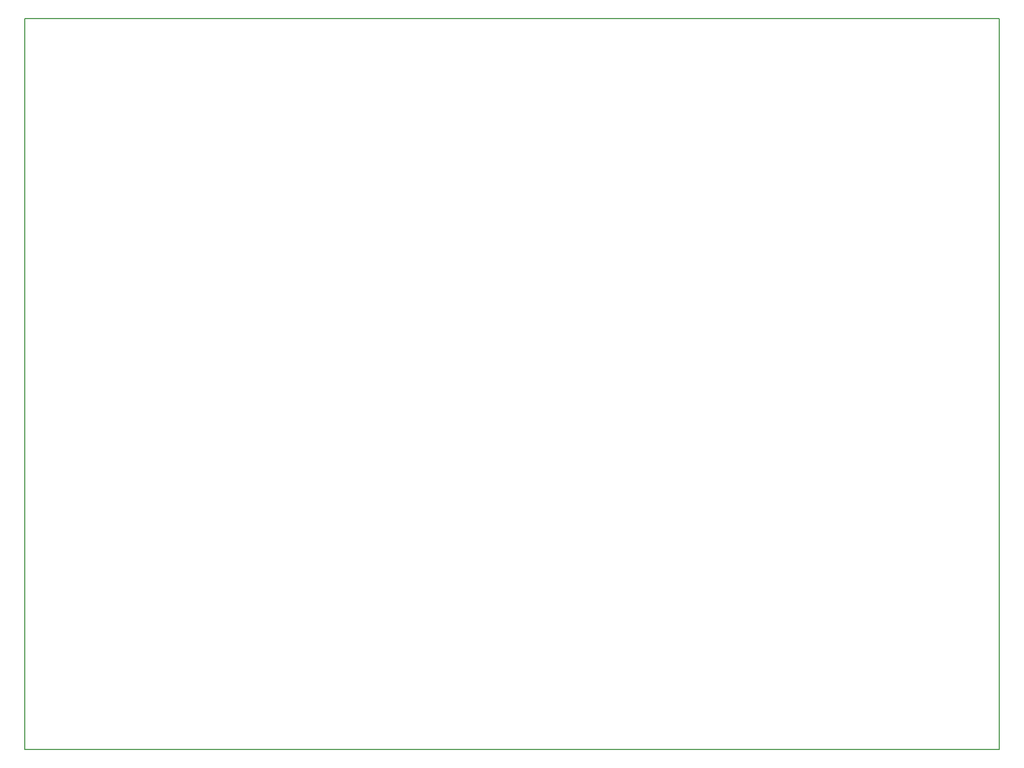
<source format=gbr>
%TF.GenerationSoftware,Novarm,DipTrace,3.2.0.1*%
%TF.CreationDate,2018-04-18T16:37:47+00:00*%
%FSLAX35Y35*%
%MOMM*%
%TF.FileFunction,Profile*%
%TF.Part,Single*%
%ADD11C,0.14*%
G75*
G01*
%LPD*%
X1000000Y1000000D2*
D11*
X17000000D1*
Y13000000D1*
X1000000D1*
Y1000000D1*
M02*

</source>
